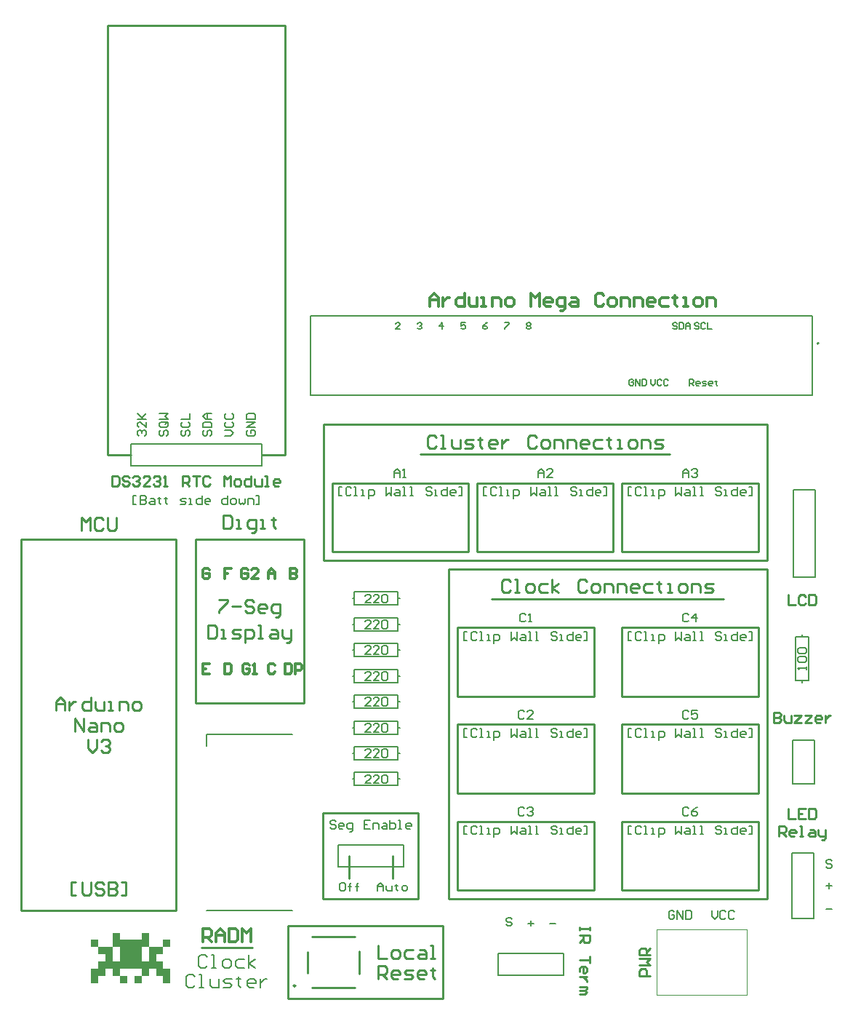
<source format=gbr>
%TF.GenerationSoftware,Altium Limited,Altium Designer,21.8.1 (53)*%
G04 Layer_Color=65535*
%FSLAX43Y43*%
%MOMM*%
%TF.SameCoordinates,B19F3460-6A24-425D-A3EB-0114A067EE95*%
%TF.FilePolarity,Positive*%
%TF.FileFunction,Legend,Top*%
%TF.Part,Single*%
G01*
G75*
%TA.AperFunction,NonConductor*%
%ADD11C,0.254*%
%ADD47C,0.200*%
%ADD48C,0.127*%
%ADD49C,0.100*%
%ADD50C,0.140*%
%ADD51C,0.300*%
%ADD52C,0.250*%
G36*
X16838Y6757D02*
X18514D01*
Y5919D01*
X17676D01*
Y5081D01*
X18514D01*
Y4243D01*
X19353D01*
Y2566D01*
X18514D01*
Y3405D01*
X17676D01*
Y4243D01*
X16838D01*
Y3405D01*
X16000D01*
Y4243D01*
X13485D01*
Y3405D01*
X14323D01*
Y2566D01*
X13485D01*
Y3405D01*
X12647D01*
Y4243D01*
X11809D01*
Y3405D01*
X10971D01*
Y2566D01*
X10132D01*
Y4243D01*
X10971D01*
Y5081D01*
X11809D01*
Y5919D01*
X10971D01*
Y6757D01*
X10132D01*
Y7596D01*
X10971D01*
Y6757D01*
X12647D01*
Y5081D01*
X13485D01*
Y6757D01*
X12647D01*
Y6941D01*
Y6949D01*
Y8434D01*
X13485D01*
Y7596D01*
X16000D01*
Y8434D01*
X16838D01*
Y6757D01*
D02*
G37*
G36*
X19353D02*
X18514D01*
Y7596D01*
X19353D01*
Y6757D01*
D02*
G37*
G36*
X16000Y3300D02*
Y3291D01*
Y2566D01*
X15162D01*
Y3405D01*
X16000D01*
Y3300D01*
D02*
G37*
%LPC*%
G36*
X16838Y6757D02*
X16000D01*
Y5081D01*
X16838D01*
Y6757D01*
D02*
G37*
%LPD*%
D11*
X33899Y2243D02*
G03*
X33899Y2243I-99J0D01*
G01*
X12000Y114000D02*
X32700D01*
X12000Y64000D02*
X14730D01*
X29970D02*
X32700D01*
Y114000D01*
X12000Y64000D02*
Y114000D01*
X37160Y67570D02*
X88800D01*
X2000Y11000D02*
Y54180D01*
X20000D01*
X2000Y11000D02*
X20000D01*
Y54180D01*
X48210Y12370D02*
Y22370D01*
X37130D02*
X48210D01*
X37130Y12370D02*
Y22370D01*
Y12370D02*
X48210D01*
X45210Y14770D02*
Y17370D01*
X40130Y14770D02*
Y17370D01*
X37160Y51750D02*
X88800D01*
Y67570D01*
X37160Y51750D02*
Y67570D01*
X48480Y64070D02*
X77480Y64070D01*
X55040Y52750D02*
Y60750D01*
X70920Y52750D02*
Y60750D01*
X55040D02*
X70920D01*
X55040Y52750D02*
X70920D01*
X71920D02*
Y60750D01*
X87800Y52750D02*
Y60750D01*
X71920D02*
X87800D01*
X71920Y52750D02*
X87800D01*
X38160D02*
Y60750D01*
X54040Y52750D02*
Y60750D01*
X38160D02*
X54040D01*
X38160Y52750D02*
X54040D01*
X51760Y12370D02*
Y50750D01*
X88800D01*
X56780Y47250D02*
X83780Y47250D01*
X51760Y12370D02*
X88800D01*
X52760Y35930D02*
Y43930D01*
X68640Y35930D02*
Y43930D01*
X52760D02*
X68640D01*
X52760Y35930D02*
X68640D01*
X71920D02*
Y43930D01*
X87800Y35930D02*
Y43930D01*
X71920D02*
X87800D01*
X71920Y35930D02*
X87800D01*
X71920Y24650D02*
Y32650D01*
X87800Y24650D02*
Y32650D01*
X71920D02*
X87800D01*
X71920Y24650D02*
X87800D01*
X52760D02*
Y32650D01*
X68640Y24650D02*
Y32650D01*
X52760D02*
X68640D01*
X52760Y24650D02*
X68640D01*
X71920Y13370D02*
Y21370D01*
X87800Y13370D02*
Y21370D01*
X71920D02*
X87800D01*
X71920Y13370D02*
X87800D01*
X52760D02*
Y21370D01*
X68640Y13370D02*
Y21370D01*
X52760D02*
X68640D01*
X52760Y13370D02*
X68640D01*
X88800Y12370D02*
Y50750D01*
X33077Y773D02*
X51077D01*
X33077Y9227D02*
X51077D01*
Y773D02*
Y9227D01*
X33077Y773D02*
Y9227D01*
X22924Y6716D02*
X28892D01*
X35804Y7995D02*
X40804D01*
X41299Y3688D02*
Y6279D01*
X35309Y3744D02*
Y6180D01*
X35804Y2005D02*
X40804D01*
X34880Y35180D02*
Y54180D01*
X22280Y35180D02*
X34880D01*
X22280D02*
Y54180D01*
X34880D01*
X91301Y22903D02*
Y21703D01*
X92100D01*
X93300Y22903D02*
X92500D01*
Y21703D01*
X93300D01*
X92500Y22303D02*
X92900D01*
X93700Y22903D02*
Y21703D01*
X94300D01*
X94499Y21903D01*
Y22703D01*
X94300Y22903D01*
X93700D01*
X90201Y19654D02*
Y20853D01*
X90801D01*
X91001Y20654D01*
Y20254D01*
X90801Y20054D01*
X90201D01*
X90601D02*
X91001Y19654D01*
X92000D02*
X91600D01*
X91400Y19854D01*
Y20254D01*
X91600Y20454D01*
X92000D01*
X92200Y20254D01*
Y20054D01*
X91400D01*
X92600Y19654D02*
X93000D01*
X92800D01*
Y20853D01*
X92600D01*
X93800Y20454D02*
X94200D01*
X94400Y20254D01*
Y19654D01*
X93800D01*
X93600Y19854D01*
X93800Y20054D01*
X94400D01*
X94799Y20454D02*
Y19854D01*
X94999Y19654D01*
X95599D01*
Y19454D01*
X95399Y19254D01*
X95199D01*
X95599Y19654D02*
Y20454D01*
X6049Y34266D02*
Y35282D01*
X6556Y35790D01*
X7064Y35282D01*
Y34266D01*
Y35028D01*
X6049D01*
X7572Y35282D02*
Y34266D01*
Y34774D01*
X7826Y35028D01*
X8080Y35282D01*
X8334D01*
X10111Y35790D02*
Y34266D01*
X9350D01*
X9096Y34520D01*
Y35028D01*
X9350Y35282D01*
X10111D01*
X10619D02*
Y34520D01*
X10873Y34266D01*
X11635D01*
Y35282D01*
X12143Y34266D02*
X12650D01*
X12397D01*
Y35282D01*
X12143D01*
X13412Y34266D02*
Y35282D01*
X14174D01*
X14428Y35028D01*
Y34266D01*
X15190D02*
X15697D01*
X15951Y34520D01*
Y35028D01*
X15697Y35282D01*
X15190D01*
X14936Y35028D01*
Y34520D01*
X15190Y34266D01*
X8207Y31828D02*
Y33352D01*
X9223Y31828D01*
Y33352D01*
X9984Y32844D02*
X10492D01*
X10746Y32590D01*
Y31828D01*
X9984D01*
X9730Y32082D01*
X9984Y32336D01*
X10746D01*
X11254Y31828D02*
Y32844D01*
X12016D01*
X12270Y32590D01*
Y31828D01*
X13031D02*
X13539D01*
X13793Y32082D01*
Y32590D01*
X13539Y32844D01*
X13031D01*
X12777Y32590D01*
Y32082D01*
X13031Y31828D01*
X9730Y30914D02*
Y29898D01*
X10238Y29390D01*
X10746Y29898D01*
Y30914D01*
X11254Y30660D02*
X11508Y30914D01*
X12016D01*
X12270Y30660D01*
Y30406D01*
X12016Y30152D01*
X11762D01*
X12016D01*
X12270Y29898D01*
Y29644D01*
X12016Y29390D01*
X11508D01*
X11254Y29644D01*
X25025Y47168D02*
X26041D01*
Y46915D01*
X25025Y45899D01*
Y45645D01*
X26549Y46407D02*
X27564D01*
X29088Y46915D02*
X28834Y47168D01*
X28326D01*
X28072Y46915D01*
Y46661D01*
X28326Y46407D01*
X28834D01*
X29088Y46153D01*
Y45899D01*
X28834Y45645D01*
X28326D01*
X28072Y45899D01*
X30357Y45645D02*
X29850D01*
X29596Y45899D01*
Y46407D01*
X29850Y46661D01*
X30357D01*
X30611Y46407D01*
Y46153D01*
X29596D01*
X31627Y45137D02*
X31881D01*
X32135Y45391D01*
Y46661D01*
X31373D01*
X31119Y46407D01*
Y45899D01*
X31373Y45645D01*
X32135D01*
X23756Y44223D02*
Y42699D01*
X24517D01*
X24771Y42953D01*
Y43969D01*
X24517Y44223D01*
X23756D01*
X25279Y42699D02*
X25787D01*
X25533D01*
Y43715D01*
X25279D01*
X26549Y42699D02*
X27310D01*
X27564Y42953D01*
X27310Y43207D01*
X26803D01*
X26549Y43461D01*
X26803Y43715D01*
X27564D01*
X28072Y42192D02*
Y43715D01*
X28834D01*
X29088Y43461D01*
Y42953D01*
X28834Y42699D01*
X28072D01*
X29596D02*
X30104D01*
X29850D01*
Y44223D01*
X29596D01*
X31119Y43715D02*
X31627D01*
X31881Y43461D01*
Y42699D01*
X31119D01*
X30865Y42953D01*
X31119Y43207D01*
X31881D01*
X32389Y43715D02*
Y42953D01*
X32643Y42699D01*
X33404D01*
Y42445D01*
X33151Y42192D01*
X32897D01*
X33404Y42699D02*
Y43715D01*
X89601Y34074D02*
Y32874D01*
X90201D01*
X90401Y33074D01*
Y33274D01*
X90201Y33474D01*
X89601D01*
X90201D01*
X90401Y33674D01*
Y33874D01*
X90201Y34074D01*
X89601D01*
X90801Y33674D02*
Y33074D01*
X91001Y32874D01*
X91600D01*
Y33674D01*
X92000D02*
X92800D01*
X92000Y32874D01*
X92800D01*
X93200Y33674D02*
X94000D01*
X93200Y32874D01*
X94000D01*
X94999D02*
X94599D01*
X94400Y33074D01*
Y33474D01*
X94599Y33674D01*
X94999D01*
X95199Y33474D01*
Y33274D01*
X94400D01*
X95599Y33674D02*
Y32874D01*
Y33274D01*
X95799Y33474D01*
X95999Y33674D01*
X96199D01*
X8334Y12778D02*
X7826D01*
Y14302D01*
X8334D01*
X9096D02*
Y13032D01*
X9350Y12778D01*
X9857D01*
X10111Y13032D01*
Y14302D01*
X11635Y14048D02*
X11381Y14302D01*
X10873D01*
X10619Y14048D01*
Y13794D01*
X10873Y13540D01*
X11381D01*
X11635Y13286D01*
Y13032D01*
X11381Y12778D01*
X10873D01*
X10619Y13032D01*
X12143Y14302D02*
Y12778D01*
X12904D01*
X13158Y13032D01*
Y13286D01*
X12904Y13540D01*
X12143D01*
X12904D01*
X13158Y13794D01*
Y14048D01*
X12904Y14302D01*
X12143D01*
X13666Y12778D02*
X14174D01*
Y14302D01*
X13666D01*
X75170Y3428D02*
X73970D01*
Y4027D01*
X74170Y4227D01*
X74570D01*
X74770Y4027D01*
Y3428D01*
X73970Y4627D02*
X75170D01*
X74770Y5027D01*
X75170Y5427D01*
X73970D01*
X75170Y5827D02*
X73970D01*
Y6427D01*
X74170Y6626D01*
X74570D01*
X74770Y6427D01*
Y5827D01*
Y6227D02*
X75170Y6626D01*
X68204Y9099D02*
Y8699D01*
Y8899D01*
X67004D01*
Y9099D01*
Y8699D01*
Y8099D02*
X68204D01*
Y7499D01*
X68004Y7299D01*
X67604D01*
X67404Y7499D01*
Y8099D01*
Y7699D02*
X67004Y7299D01*
X68204Y5700D02*
Y4900D01*
Y5300D01*
X67004D01*
Y3900D02*
Y4300D01*
X67204Y4500D01*
X67604D01*
X67804Y4300D01*
Y3900D01*
X67604Y3700D01*
X67404D01*
Y4500D01*
X67804Y3301D02*
X67004D01*
X67404D01*
X67604Y3101D01*
X67804Y2901D01*
Y2701D01*
X67004Y2101D02*
X67804D01*
Y1901D01*
X67604Y1701D01*
X67004D01*
X67604D01*
X67804Y1501D01*
X67604Y1301D01*
X67004D01*
X50284Y66078D02*
X50030Y66332D01*
X49522D01*
X49268Y66078D01*
Y65062D01*
X49522Y64808D01*
X50030D01*
X50284Y65062D01*
X50792Y64808D02*
X51300D01*
X51046D01*
Y66332D01*
X50792D01*
X52062Y65824D02*
Y65062D01*
X52315Y64808D01*
X53077D01*
Y65824D01*
X53585Y64808D02*
X54347D01*
X54601Y65062D01*
X54347Y65316D01*
X53839D01*
X53585Y65570D01*
X53839Y65824D01*
X54601D01*
X55362Y66078D02*
Y65824D01*
X55109D01*
X55616D01*
X55362D01*
Y65062D01*
X55616Y64808D01*
X57140D02*
X56632D01*
X56378Y65062D01*
Y65570D01*
X56632Y65824D01*
X57140D01*
X57394Y65570D01*
Y65316D01*
X56378D01*
X57902Y65824D02*
Y64808D01*
Y65316D01*
X58156Y65570D01*
X58409Y65824D01*
X58663D01*
X61964Y66078D02*
X61710Y66332D01*
X61203D01*
X60949Y66078D01*
Y65062D01*
X61203Y64808D01*
X61710D01*
X61964Y65062D01*
X62726Y64808D02*
X63234D01*
X63488Y65062D01*
Y65570D01*
X63234Y65824D01*
X62726D01*
X62472Y65570D01*
Y65062D01*
X62726Y64808D01*
X63996D02*
Y65824D01*
X64757D01*
X65011Y65570D01*
Y64808D01*
X65519D02*
Y65824D01*
X66281D01*
X66535Y65570D01*
Y64808D01*
X67804D02*
X67297D01*
X67043Y65062D01*
Y65570D01*
X67297Y65824D01*
X67804D01*
X68058Y65570D01*
Y65316D01*
X67043D01*
X69582Y65824D02*
X68820D01*
X68566Y65570D01*
Y65062D01*
X68820Y64808D01*
X69582D01*
X70344Y66078D02*
Y65824D01*
X70090D01*
X70598D01*
X70344D01*
Y65062D01*
X70598Y64808D01*
X71359D02*
X71867D01*
X71613D01*
Y65824D01*
X71359D01*
X72883Y64808D02*
X73391D01*
X73645Y65062D01*
Y65570D01*
X73391Y65824D01*
X72883D01*
X72629Y65570D01*
Y65062D01*
X72883Y64808D01*
X74152D02*
Y65824D01*
X74914D01*
X75168Y65570D01*
Y64808D01*
X75676D02*
X76438D01*
X76692Y65062D01*
X76438Y65316D01*
X75930D01*
X75676Y65570D01*
X75930Y65824D01*
X76692D01*
X43512Y6981D02*
Y5457D01*
X44528D01*
X45290D02*
X45797D01*
X46051Y5711D01*
Y6219D01*
X45797Y6473D01*
X45290D01*
X45036Y6219D01*
Y5711D01*
X45290Y5457D01*
X47575Y6473D02*
X46813D01*
X46559Y6219D01*
Y5711D01*
X46813Y5457D01*
X47575D01*
X48337Y6473D02*
X48844D01*
X49098Y6219D01*
Y5457D01*
X48337D01*
X48083Y5711D01*
X48337Y5965D01*
X49098D01*
X49606Y5457D02*
X50114D01*
X49860D01*
Y6981D01*
X49606D01*
X43512Y3019D02*
Y4543D01*
X44274D01*
X44528Y4289D01*
Y3781D01*
X44274Y3527D01*
X43512D01*
X44020D02*
X44528Y3019D01*
X45797D02*
X45290D01*
X45036Y3273D01*
Y3781D01*
X45290Y4035D01*
X45797D01*
X46051Y3781D01*
Y3527D01*
X45036D01*
X46559Y3019D02*
X47321D01*
X47575Y3273D01*
X47321Y3527D01*
X46813D01*
X46559Y3781D01*
X46813Y4035D01*
X47575D01*
X48844Y3019D02*
X48337D01*
X48083Y3273D01*
Y3781D01*
X48337Y4035D01*
X48844D01*
X49098Y3781D01*
Y3527D01*
X48083D01*
X49860Y4289D02*
Y4035D01*
X49606D01*
X50114D01*
X49860D01*
Y3273D01*
X50114Y3019D01*
X25533Y57016D02*
Y55492D01*
X26295D01*
X26549Y55746D01*
Y56762D01*
X26295Y57016D01*
X25533D01*
X27056Y55492D02*
X27564D01*
X27310D01*
Y56508D01*
X27056D01*
X28834Y54984D02*
X29088D01*
X29342Y55238D01*
Y56508D01*
X28580D01*
X28326Y56254D01*
Y55746D01*
X28580Y55492D01*
X29342D01*
X29850D02*
X30357D01*
X30104D01*
Y56508D01*
X29850D01*
X31373Y56762D02*
Y56508D01*
X31119D01*
X31627D01*
X31373D01*
Y55746D01*
X31627Y55492D01*
X58981Y49258D02*
X58727Y49512D01*
X58219D01*
X57965Y49258D01*
Y48242D01*
X58219Y47988D01*
X58727D01*
X58981Y48242D01*
X59488Y47988D02*
X59996D01*
X59742D01*
Y49512D01*
X59488D01*
X61012Y47988D02*
X61520D01*
X61774Y48242D01*
Y48750D01*
X61520Y49004D01*
X61012D01*
X60758Y48750D01*
Y48242D01*
X61012Y47988D01*
X63297Y49004D02*
X62536D01*
X62282Y48750D01*
Y48242D01*
X62536Y47988D01*
X63297D01*
X63805D02*
Y49512D01*
Y48496D02*
X64567Y49004D01*
X63805Y48496D02*
X64567Y47988D01*
X67868Y49258D02*
X67614Y49512D01*
X67106D01*
X66852Y49258D01*
Y48242D01*
X67106Y47988D01*
X67614D01*
X67868Y48242D01*
X68630Y47988D02*
X69137D01*
X69391Y48242D01*
Y48750D01*
X69137Y49004D01*
X68630D01*
X68376Y48750D01*
Y48242D01*
X68630Y47988D01*
X69899D02*
Y49004D01*
X70661D01*
X70915Y48750D01*
Y47988D01*
X71423D02*
Y49004D01*
X72184D01*
X72438Y48750D01*
Y47988D01*
X73708D02*
X73200D01*
X72946Y48242D01*
Y48750D01*
X73200Y49004D01*
X73708D01*
X73962Y48750D01*
Y48496D01*
X72946D01*
X75485Y49004D02*
X74724D01*
X74470Y48750D01*
Y48242D01*
X74724Y47988D01*
X75485D01*
X76247Y49258D02*
Y49004D01*
X75993D01*
X76501D01*
X76247D01*
Y48242D01*
X76501Y47988D01*
X77263D02*
X77771D01*
X77517D01*
Y49004D01*
X77263D01*
X78786Y47988D02*
X79294D01*
X79548Y48242D01*
Y48750D01*
X79294Y49004D01*
X78786D01*
X78532Y48750D01*
Y48242D01*
X78786Y47988D01*
X80056D02*
Y49004D01*
X80818D01*
X81072Y48750D01*
Y47988D01*
X81579D02*
X82341D01*
X82595Y48242D01*
X82341Y48496D01*
X81833D01*
X81579Y48750D01*
X81833Y49004D01*
X82595D01*
X91301Y47746D02*
Y46546D01*
X92100D01*
X93300Y47546D02*
X93100Y47746D01*
X92700D01*
X92500Y47546D01*
Y46746D01*
X92700Y46546D01*
X93100D01*
X93300Y46746D01*
X93700Y47746D02*
Y46546D01*
X94300D01*
X94499Y46746D01*
Y47546D01*
X94300Y47746D01*
X93700D01*
X8979Y55238D02*
Y56762D01*
X9486Y56254D01*
X9994Y56762D01*
Y55238D01*
X11518Y56508D02*
X11264Y56762D01*
X10756D01*
X10502Y56508D01*
Y55492D01*
X10756Y55238D01*
X11264D01*
X11518Y55492D01*
X12026Y56762D02*
Y55492D01*
X12280Y55238D01*
X12787D01*
X13041Y55492D01*
Y56762D01*
D47*
X94830Y77000D02*
G03*
X94830Y77000I-100J0D01*
G01*
X45860Y32300D02*
X46089D01*
X40551D02*
X40780D01*
X45860Y31538D02*
Y32300D01*
X40780Y31538D02*
X45860D01*
X40780D02*
Y33062D01*
X45860D01*
Y32300D02*
Y33062D01*
X14730Y62730D02*
X29970D01*
X14730Y65270D02*
X29970D01*
X14730Y62730D02*
Y65270D01*
X29970Y62730D02*
Y65270D01*
X91730Y10070D02*
X94270D01*
X91730D02*
Y17690D01*
X94270D01*
Y10070D02*
Y17690D01*
X92900Y37770D02*
X93662D01*
Y42850D01*
X92138D02*
X93662D01*
X92138Y37770D02*
Y42850D01*
Y37770D02*
X92900D01*
Y42850D02*
Y43079D01*
Y37541D02*
Y37770D01*
X91780Y25730D02*
Y30810D01*
Y25730D02*
X94320D01*
Y30810D01*
X91780D02*
X94320D01*
X91880Y49770D02*
X94420D01*
X91880D02*
Y59930D01*
X94420Y49770D02*
Y59930D01*
X91880D02*
X94420D01*
X40780Y37538D02*
Y38300D01*
Y37538D02*
X45860D01*
Y39062D01*
X40780D02*
X45860D01*
X40780Y38300D02*
Y39062D01*
X45860Y38300D02*
X46089D01*
X40551D02*
X40780D01*
Y40538D02*
Y41300D01*
Y40538D02*
X45860D01*
Y42062D01*
X40780D02*
X45860D01*
X40780Y41300D02*
Y42062D01*
X45860Y41300D02*
X46089D01*
X40551D02*
X40780D01*
Y43538D02*
Y44300D01*
Y43538D02*
X45860D01*
Y45062D01*
X40780D02*
X45860D01*
X40780Y44300D02*
Y45062D01*
X45860Y44300D02*
X46089D01*
X40551D02*
X40780D01*
Y46538D02*
Y47300D01*
Y46538D02*
X45860D01*
Y48062D01*
X40780D02*
X45860D01*
X40780Y47300D02*
Y48062D01*
X45860Y47300D02*
X46089D01*
X40551D02*
X40780D01*
X45860Y35300D02*
Y36062D01*
X40780D02*
X45860D01*
X40780Y34538D02*
Y36062D01*
Y34538D02*
X45860D01*
Y35300D01*
X40551D02*
X40780D01*
X45860D02*
X46089D01*
X45860Y29300D02*
Y30062D01*
X40780D02*
X45860D01*
X40780Y28538D02*
Y30062D01*
Y28538D02*
X45860D01*
Y29300D01*
X40551D02*
X40780D01*
X45860D02*
X46089D01*
X45860Y26300D02*
Y27062D01*
X40780D02*
X45860D01*
X40780Y25538D02*
Y27062D01*
Y25538D02*
X45860D01*
Y26300D01*
X40551D02*
X40780D01*
X45860D02*
X46089D01*
X57523Y3457D02*
X65144D01*
Y5997D01*
X57523D02*
X65144D01*
X57523Y3457D02*
Y5997D01*
X23580Y30150D02*
Y31520D01*
X33580D01*
X23580Y11000D02*
X33580D01*
X38860Y16100D02*
X46480D01*
Y18640D01*
X38860D02*
X46480D01*
X38860Y16100D02*
Y18640D01*
X42654Y31800D02*
X41987D01*
X42654Y32467D01*
Y32633D01*
X42487Y32800D01*
X42154D01*
X41987Y32633D01*
X43653Y31800D02*
X42987D01*
X43653Y32467D01*
Y32633D01*
X43487Y32800D01*
X43153D01*
X42987Y32633D01*
X43986D02*
X44153Y32800D01*
X44486D01*
X44653Y32633D01*
Y31967D01*
X44486Y31800D01*
X44153D01*
X43986Y31967D01*
Y32633D01*
X28367Y66866D02*
X28200Y66700D01*
Y66367D01*
X28367Y66200D01*
X29033D01*
X29200Y66367D01*
Y66700D01*
X29033Y66866D01*
X28700D01*
Y66533D01*
X29200Y67200D02*
X28200D01*
X29200Y67866D01*
X28200D01*
Y68199D02*
X29200D01*
Y68699D01*
X29033Y68866D01*
X28367D01*
X28200Y68699D01*
Y68199D01*
X96333Y11190D02*
X95667D01*
X23287Y66866D02*
X23120Y66700D01*
Y66367D01*
X23287Y66200D01*
X23453D01*
X23620Y66367D01*
Y66700D01*
X23787Y66866D01*
X23953D01*
X24120Y66700D01*
Y66367D01*
X23953Y66200D01*
X23120Y67200D02*
X24120D01*
Y67700D01*
X23953Y67866D01*
X23287D01*
X23120Y67700D01*
Y67200D01*
X24120Y68199D02*
X23453D01*
X23120Y68533D01*
X23453Y68866D01*
X24120D01*
X23620D01*
Y68199D01*
X23623Y5603D02*
X23369Y5857D01*
X22861D01*
X22607Y5603D01*
Y4587D01*
X22861Y4333D01*
X23369D01*
X23623Y4587D01*
X24131Y4333D02*
X24638D01*
X24385D01*
Y5857D01*
X24131D01*
X25654Y4333D02*
X26162D01*
X26416Y4587D01*
Y5095D01*
X26162Y5349D01*
X25654D01*
X25400Y5095D01*
Y4587D01*
X25654Y4333D01*
X27939Y5349D02*
X27178D01*
X26924Y5095D01*
Y4587D01*
X27178Y4333D01*
X27939D01*
X28447D02*
Y5857D01*
Y4841D02*
X29209Y5349D01*
X28447Y4841D02*
X29209Y4333D01*
X22226Y3295D02*
X21972Y3549D01*
X21464D01*
X21211Y3295D01*
Y2279D01*
X21464Y2025D01*
X21972D01*
X22226Y2279D01*
X22734Y2025D02*
X23242D01*
X22988D01*
Y3549D01*
X22734D01*
X24004Y3041D02*
Y2279D01*
X24258Y2025D01*
X25019D01*
Y3041D01*
X25527Y2025D02*
X26289D01*
X26543Y2279D01*
X26289Y2533D01*
X25781D01*
X25527Y2787D01*
X25781Y3041D01*
X26543D01*
X27305Y3295D02*
Y3041D01*
X27051D01*
X27558D01*
X27305D01*
Y2279D01*
X27558Y2025D01*
X29082D02*
X28574D01*
X28320Y2279D01*
Y2787D01*
X28574Y3041D01*
X29082D01*
X29336Y2787D01*
Y2533D01*
X28320D01*
X29844Y3041D02*
Y2025D01*
Y2533D01*
X30098Y2787D01*
X30352Y3041D01*
X30605D01*
X82367Y11027D02*
Y10360D01*
X82700Y10027D01*
X83034Y10360D01*
Y11027D01*
X84033Y10860D02*
X83867Y11027D01*
X83533D01*
X83367Y10860D01*
Y10194D01*
X83533Y10027D01*
X83867D01*
X84033Y10194D01*
X85033Y10860D02*
X84866Y11027D01*
X84533D01*
X84366Y10860D01*
Y10194D01*
X84533Y10027D01*
X84866D01*
X85033Y10194D01*
X96333Y13880D02*
X95667D01*
X96000Y13547D02*
Y14213D01*
X38588Y21336D02*
X38421Y21503D01*
X38088D01*
X37922Y21336D01*
Y21170D01*
X38088Y21003D01*
X38421D01*
X38588Y20836D01*
Y20670D01*
X38421Y20503D01*
X38088D01*
X37922Y20670D01*
X39421Y20503D02*
X39088D01*
X38921Y20670D01*
Y21003D01*
X39088Y21170D01*
X39421D01*
X39588Y21003D01*
Y20836D01*
X38921D01*
X40254Y20170D02*
X40421D01*
X40587Y20337D01*
Y21170D01*
X40088D01*
X39921Y21003D01*
Y20670D01*
X40088Y20503D01*
X40587D01*
X42587Y21503D02*
X41920D01*
Y20503D01*
X42587D01*
X41920Y21003D02*
X42253D01*
X42920Y20503D02*
Y21170D01*
X43420D01*
X43586Y21003D01*
Y20503D01*
X44086Y21170D02*
X44419D01*
X44586Y21003D01*
Y20503D01*
X44086D01*
X43920Y20670D01*
X44086Y20836D01*
X44586D01*
X44919Y21503D02*
Y20503D01*
X45419D01*
X45586Y20670D01*
Y20836D01*
Y21003D01*
X45419Y21170D01*
X44919D01*
X45919Y20503D02*
X46252D01*
X46086D01*
Y21503D01*
X45919D01*
X47252Y20503D02*
X46919D01*
X46752Y20670D01*
Y21003D01*
X46919Y21170D01*
X47252D01*
X47418Y21003D01*
Y20836D01*
X46752D01*
X39269Y59257D02*
X38936D01*
Y60256D01*
X39269D01*
X40435Y60090D02*
X40269Y60256D01*
X39935D01*
X39769Y60090D01*
Y59423D01*
X39935Y59257D01*
X40269D01*
X40435Y59423D01*
X40768Y59257D02*
X41102D01*
X40935D01*
Y60256D01*
X40768D01*
X41601Y59257D02*
X41935D01*
X41768D01*
Y59923D01*
X41601D01*
X42435Y58924D02*
Y59923D01*
X42934D01*
X43101Y59757D01*
Y59423D01*
X42934Y59257D01*
X42435D01*
X44434Y60256D02*
Y59257D01*
X44767Y59590D01*
X45100Y59257D01*
Y60256D01*
X45600Y59923D02*
X45933D01*
X46100Y59757D01*
Y59257D01*
X45600D01*
X45434Y59423D01*
X45600Y59590D01*
X46100D01*
X46433Y59257D02*
X46766D01*
X46600D01*
Y60256D01*
X46433D01*
X47266Y59257D02*
X47600D01*
X47433D01*
Y60256D01*
X47266D01*
X49765Y60090D02*
X49599Y60256D01*
X49266D01*
X49099Y60090D01*
Y59923D01*
X49266Y59757D01*
X49599D01*
X49765Y59590D01*
Y59423D01*
X49599Y59257D01*
X49266D01*
X49099Y59423D01*
X50099Y59257D02*
X50432D01*
X50265D01*
Y59923D01*
X50099D01*
X51598Y60256D02*
Y59257D01*
X51098D01*
X50932Y59423D01*
Y59757D01*
X51098Y59923D01*
X51598D01*
X52431Y59257D02*
X52098D01*
X51931Y59423D01*
Y59757D01*
X52098Y59923D01*
X52431D01*
X52598Y59757D01*
Y59590D01*
X51931D01*
X52931Y59257D02*
X53264D01*
Y60256D01*
X52931D01*
X39547Y14270D02*
X39214D01*
X39047Y14103D01*
Y13437D01*
X39214Y13270D01*
X39547D01*
X39713Y13437D01*
Y14103D01*
X39547Y14270D01*
X40213Y13270D02*
Y14103D01*
Y13770D01*
X40047D01*
X40380D01*
X40213D01*
Y14103D01*
X40380Y14270D01*
X41046Y13270D02*
Y14103D01*
Y13770D01*
X40880D01*
X41213D01*
X41046D01*
Y14103D01*
X41213Y14270D01*
X53869Y19877D02*
X53536D01*
Y20876D01*
X53869D01*
X55035Y20710D02*
X54869Y20876D01*
X54535D01*
X54369Y20710D01*
Y20043D01*
X54535Y19877D01*
X54869D01*
X55035Y20043D01*
X55368Y19877D02*
X55702D01*
X55535D01*
Y20876D01*
X55368D01*
X56201Y19877D02*
X56535D01*
X56368D01*
Y20543D01*
X56201D01*
X57035Y19544D02*
Y20543D01*
X57534D01*
X57701Y20377D01*
Y20043D01*
X57534Y19877D01*
X57035D01*
X59034Y20876D02*
Y19877D01*
X59367Y20210D01*
X59700Y19877D01*
Y20876D01*
X60200Y20543D02*
X60533D01*
X60700Y20377D01*
Y19877D01*
X60200D01*
X60034Y20043D01*
X60200Y20210D01*
X60700D01*
X61033Y19877D02*
X61366D01*
X61200D01*
Y20876D01*
X61033D01*
X61866Y19877D02*
X62200D01*
X62033D01*
Y20876D01*
X61866D01*
X64365Y20710D02*
X64199Y20876D01*
X63866D01*
X63699Y20710D01*
Y20543D01*
X63866Y20377D01*
X64199D01*
X64365Y20210D01*
Y20043D01*
X64199Y19877D01*
X63866D01*
X63699Y20043D01*
X64699Y19877D02*
X65032D01*
X64865D01*
Y20543D01*
X64699D01*
X66198Y20876D02*
Y19877D01*
X65698D01*
X65532Y20043D01*
Y20377D01*
X65698Y20543D01*
X66198D01*
X67031Y19877D02*
X66698D01*
X66531Y20043D01*
Y20377D01*
X66698Y20543D01*
X67031D01*
X67198Y20377D01*
Y20210D01*
X66531D01*
X67531Y19877D02*
X67864D01*
Y20876D01*
X67531D01*
X42654Y46795D02*
X41987D01*
X42654Y47462D01*
Y47628D01*
X42487Y47795D01*
X42154D01*
X41987Y47628D01*
X43653Y46795D02*
X42987D01*
X43653Y47462D01*
Y47628D01*
X43487Y47795D01*
X43153D01*
X42987Y47628D01*
X43986D02*
X44153Y47795D01*
X44486D01*
X44653Y47628D01*
Y46962D01*
X44486Y46795D01*
X44153D01*
X43986Y46962D01*
Y47628D01*
X42654Y34800D02*
X41987D01*
X42654Y35467D01*
Y35633D01*
X42487Y35800D01*
X42154D01*
X41987Y35633D01*
X43653Y34800D02*
X42987D01*
X43653Y35467D01*
Y35633D01*
X43487Y35800D01*
X43153D01*
X42987Y35633D01*
X43986D02*
X44153Y35800D01*
X44486D01*
X44653Y35633D01*
Y34967D01*
X44486Y34800D01*
X44153D01*
X43986Y34967D01*
Y35633D01*
X42654Y28800D02*
X41987D01*
X42654Y29467D01*
Y29633D01*
X42487Y29800D01*
X42154D01*
X41987Y29633D01*
X43653Y28800D02*
X42987D01*
X43653Y29467D01*
Y29633D01*
X43487Y29800D01*
X43153D01*
X42987Y29633D01*
X43986D02*
X44153Y29800D01*
X44486D01*
X44653Y29633D01*
Y28967D01*
X44486Y28800D01*
X44153D01*
X43986Y28967D01*
Y29633D01*
X53869Y31157D02*
X53536D01*
Y32156D01*
X53869D01*
X55035Y31990D02*
X54869Y32156D01*
X54535D01*
X54369Y31990D01*
Y31323D01*
X54535Y31157D01*
X54869D01*
X55035Y31323D01*
X55368Y31157D02*
X55702D01*
X55535D01*
Y32156D01*
X55368D01*
X56201Y31157D02*
X56535D01*
X56368D01*
Y31823D01*
X56201D01*
X57035Y30824D02*
Y31823D01*
X57534D01*
X57701Y31657D01*
Y31323D01*
X57534Y31157D01*
X57035D01*
X59034Y32156D02*
Y31157D01*
X59367Y31490D01*
X59700Y31157D01*
Y32156D01*
X60200Y31823D02*
X60533D01*
X60700Y31657D01*
Y31157D01*
X60200D01*
X60034Y31323D01*
X60200Y31490D01*
X60700D01*
X61033Y31157D02*
X61366D01*
X61200D01*
Y32156D01*
X61033D01*
X61866Y31157D02*
X62200D01*
X62033D01*
Y32156D01*
X61866D01*
X64365Y31990D02*
X64199Y32156D01*
X63866D01*
X63699Y31990D01*
Y31823D01*
X63866Y31657D01*
X64199D01*
X64365Y31490D01*
Y31323D01*
X64199Y31157D01*
X63866D01*
X63699Y31323D01*
X64699Y31157D02*
X65032D01*
X64865D01*
Y31823D01*
X64699D01*
X66198Y32156D02*
Y31157D01*
X65698D01*
X65532Y31323D01*
Y31657D01*
X65698Y31823D01*
X66198D01*
X67031Y31157D02*
X66698D01*
X66531Y31323D01*
Y31657D01*
X66698Y31823D01*
X67031D01*
X67198Y31657D01*
Y31490D01*
X66531D01*
X67531Y31157D02*
X67864D01*
Y32156D01*
X67531D01*
X42654Y25800D02*
X41987D01*
X42654Y26467D01*
Y26633D01*
X42487Y26800D01*
X42154D01*
X41987Y26633D01*
X43653Y25800D02*
X42987D01*
X43653Y26467D01*
Y26633D01*
X43487Y26800D01*
X43153D01*
X42987Y26633D01*
X43986D02*
X44153Y26800D01*
X44486D01*
X44653Y26633D01*
Y25967D01*
X44486Y25800D01*
X44153D01*
X43986Y25967D01*
Y26633D01*
X73029Y42437D02*
X72696D01*
Y43436D01*
X73029D01*
X74195Y43270D02*
X74029Y43436D01*
X73695D01*
X73529Y43270D01*
Y42603D01*
X73695Y42437D01*
X74029D01*
X74195Y42603D01*
X74528Y42437D02*
X74862D01*
X74695D01*
Y43436D01*
X74528D01*
X75361Y42437D02*
X75695D01*
X75528D01*
Y43103D01*
X75361D01*
X76195Y42104D02*
Y43103D01*
X76694D01*
X76861Y42937D01*
Y42603D01*
X76694Y42437D01*
X76195D01*
X78194Y43436D02*
Y42437D01*
X78527Y42770D01*
X78860Y42437D01*
Y43436D01*
X79360Y43103D02*
X79693D01*
X79860Y42937D01*
Y42437D01*
X79360D01*
X79194Y42603D01*
X79360Y42770D01*
X79860D01*
X80193Y42437D02*
X80526D01*
X80360D01*
Y43436D01*
X80193D01*
X81026Y42437D02*
X81360D01*
X81193D01*
Y43436D01*
X81026D01*
X83525Y43270D02*
X83359Y43436D01*
X83026D01*
X82859Y43270D01*
Y43103D01*
X83026Y42937D01*
X83359D01*
X83525Y42770D01*
Y42603D01*
X83359Y42437D01*
X83026D01*
X82859Y42603D01*
X83859Y42437D02*
X84192D01*
X84025D01*
Y43103D01*
X83859D01*
X85358Y43436D02*
Y42437D01*
X84858D01*
X84692Y42603D01*
Y42937D01*
X84858Y43103D01*
X85358D01*
X86191Y42437D02*
X85858D01*
X85691Y42603D01*
Y42937D01*
X85858Y43103D01*
X86191D01*
X86358Y42937D01*
Y42770D01*
X85691D01*
X86691Y42437D02*
X87024D01*
Y43436D01*
X86691D01*
X56149Y59257D02*
X55816D01*
Y60256D01*
X56149D01*
X57315Y60090D02*
X57149Y60256D01*
X56815D01*
X56649Y60090D01*
Y59423D01*
X56815Y59257D01*
X57149D01*
X57315Y59423D01*
X57648Y59257D02*
X57982D01*
X57815D01*
Y60256D01*
X57648D01*
X58481Y59257D02*
X58815D01*
X58648D01*
Y59923D01*
X58481D01*
X59315Y58924D02*
Y59923D01*
X59814D01*
X59981Y59757D01*
Y59423D01*
X59814Y59257D01*
X59315D01*
X61314Y60256D02*
Y59257D01*
X61647Y59590D01*
X61980Y59257D01*
Y60256D01*
X62480Y59923D02*
X62813D01*
X62980Y59757D01*
Y59257D01*
X62480D01*
X62314Y59423D01*
X62480Y59590D01*
X62980D01*
X63313Y59257D02*
X63646D01*
X63480D01*
Y60256D01*
X63313D01*
X64146Y59257D02*
X64480D01*
X64313D01*
Y60256D01*
X64146D01*
X66645Y60090D02*
X66479Y60256D01*
X66146D01*
X65979Y60090D01*
Y59923D01*
X66146Y59757D01*
X66479D01*
X66645Y59590D01*
Y59423D01*
X66479Y59257D01*
X66146D01*
X65979Y59423D01*
X66979Y59257D02*
X67312D01*
X67145D01*
Y59923D01*
X66979D01*
X68478Y60256D02*
Y59257D01*
X67978D01*
X67812Y59423D01*
Y59757D01*
X67978Y59923D01*
X68478D01*
X69311Y59257D02*
X68978D01*
X68811Y59423D01*
Y59757D01*
X68978Y59923D01*
X69311D01*
X69478Y59757D01*
Y59590D01*
X68811D01*
X69811Y59257D02*
X70144D01*
Y60256D01*
X69811D01*
X59127Y10033D02*
X58960Y10200D01*
X58627D01*
X58460Y10033D01*
Y9866D01*
X58627Y9700D01*
X58960D01*
X59127Y9533D01*
Y9367D01*
X58960Y9200D01*
X58627D01*
X58460Y9367D01*
X73029Y59257D02*
X72696D01*
Y60256D01*
X73029D01*
X74195Y60090D02*
X74029Y60256D01*
X73695D01*
X73529Y60090D01*
Y59423D01*
X73695Y59257D01*
X74029D01*
X74195Y59423D01*
X74528Y59257D02*
X74862D01*
X74695D01*
Y60256D01*
X74528D01*
X75361Y59257D02*
X75695D01*
X75528D01*
Y59923D01*
X75361D01*
X76195Y58924D02*
Y59923D01*
X76694D01*
X76861Y59757D01*
Y59423D01*
X76694Y59257D01*
X76195D01*
X78194Y60256D02*
Y59257D01*
X78527Y59590D01*
X78860Y59257D01*
Y60256D01*
X79360Y59923D02*
X79693D01*
X79860Y59757D01*
Y59257D01*
X79360D01*
X79194Y59423D01*
X79360Y59590D01*
X79860D01*
X80193Y59257D02*
X80526D01*
X80360D01*
Y60256D01*
X80193D01*
X81026Y59257D02*
X81360D01*
X81193D01*
Y60256D01*
X81026D01*
X83525Y60090D02*
X83359Y60256D01*
X83026D01*
X82859Y60090D01*
Y59923D01*
X83026Y59757D01*
X83359D01*
X83525Y59590D01*
Y59423D01*
X83359Y59257D01*
X83026D01*
X82859Y59423D01*
X83859Y59257D02*
X84192D01*
X84025D01*
Y59923D01*
X83859D01*
X85358Y60256D02*
Y59257D01*
X84858D01*
X84692Y59423D01*
Y59757D01*
X84858Y59923D01*
X85358D01*
X86191Y59257D02*
X85858D01*
X85691Y59423D01*
Y59757D01*
X85858Y59923D01*
X86191D01*
X86358Y59757D01*
Y59590D01*
X85691D01*
X86691Y59257D02*
X87024D01*
Y60256D01*
X86691D01*
X73029Y31157D02*
X72696D01*
Y32156D01*
X73029D01*
X74195Y31990D02*
X74029Y32156D01*
X73695D01*
X73529Y31990D01*
Y31323D01*
X73695Y31157D01*
X74029D01*
X74195Y31323D01*
X74528Y31157D02*
X74862D01*
X74695D01*
Y32156D01*
X74528D01*
X75361Y31157D02*
X75695D01*
X75528D01*
Y31823D01*
X75361D01*
X76195Y30824D02*
Y31823D01*
X76694D01*
X76861Y31657D01*
Y31323D01*
X76694Y31157D01*
X76195D01*
X78194Y32156D02*
Y31157D01*
X78527Y31490D01*
X78860Y31157D01*
Y32156D01*
X79360Y31823D02*
X79693D01*
X79860Y31657D01*
Y31157D01*
X79360D01*
X79194Y31323D01*
X79360Y31490D01*
X79860D01*
X80193Y31157D02*
X80526D01*
X80360D01*
Y32156D01*
X80193D01*
X81026Y31157D02*
X81360D01*
X81193D01*
Y32156D01*
X81026D01*
X83525Y31990D02*
X83359Y32156D01*
X83026D01*
X82859Y31990D01*
Y31823D01*
X83026Y31657D01*
X83359D01*
X83525Y31490D01*
Y31323D01*
X83359Y31157D01*
X83026D01*
X82859Y31323D01*
X83859Y31157D02*
X84192D01*
X84025D01*
Y31823D01*
X83859D01*
X85358Y32156D02*
Y31157D01*
X84858D01*
X84692Y31323D01*
Y31657D01*
X84858Y31823D01*
X85358D01*
X86191Y31157D02*
X85858D01*
X85691Y31323D01*
Y31657D01*
X85858Y31823D01*
X86191D01*
X86358Y31657D01*
Y31490D01*
X85691D01*
X86691Y31157D02*
X87024D01*
Y32156D01*
X86691D01*
X93400Y39060D02*
Y39394D01*
Y39227D01*
X92400D01*
X92567Y39060D01*
Y39893D02*
X92400Y40060D01*
Y40393D01*
X92567Y40560D01*
X93233D01*
X93400Y40393D01*
Y40060D01*
X93233Y39893D01*
X92567D01*
Y40893D02*
X92400Y41060D01*
Y41393D01*
X92567Y41560D01*
X93233D01*
X93400Y41393D01*
Y41060D01*
X93233Y40893D01*
X92567D01*
X43461Y13270D02*
Y13937D01*
X43794Y14270D01*
X44127Y13937D01*
Y13270D01*
Y13770D01*
X43461D01*
X44460Y13937D02*
Y13437D01*
X44627Y13270D01*
X45127D01*
Y13937D01*
X45627Y14103D02*
Y13937D01*
X45460D01*
X45793D01*
X45627D01*
Y13437D01*
X45793Y13270D01*
X46460D02*
X46793D01*
X46959Y13437D01*
Y13770D01*
X46793Y13937D01*
X46460D01*
X46293Y13770D01*
Y13437D01*
X46460Y13270D01*
X78034Y10860D02*
X77867Y11027D01*
X77534D01*
X77367Y10860D01*
Y10194D01*
X77534Y10027D01*
X77867D01*
X78034Y10194D01*
Y10527D01*
X77700D01*
X78367Y10027D02*
Y11027D01*
X79033Y10027D01*
Y11027D01*
X79366D02*
Y10027D01*
X79866D01*
X80033Y10194D01*
Y10860D01*
X79866Y11027D01*
X79366D01*
X53869Y42437D02*
X53536D01*
Y43436D01*
X53869D01*
X55035Y43270D02*
X54869Y43436D01*
X54535D01*
X54369Y43270D01*
Y42603D01*
X54535Y42437D01*
X54869D01*
X55035Y42603D01*
X55368Y42437D02*
X55702D01*
X55535D01*
Y43436D01*
X55368D01*
X56201Y42437D02*
X56535D01*
X56368D01*
Y43103D01*
X56201D01*
X57035Y42104D02*
Y43103D01*
X57534D01*
X57701Y42937D01*
Y42603D01*
X57534Y42437D01*
X57035D01*
X59034Y43436D02*
Y42437D01*
X59367Y42770D01*
X59700Y42437D01*
Y43436D01*
X60200Y43103D02*
X60533D01*
X60700Y42937D01*
Y42437D01*
X60200D01*
X60034Y42603D01*
X60200Y42770D01*
X60700D01*
X61033Y42437D02*
X61366D01*
X61200D01*
Y43436D01*
X61033D01*
X61866Y42437D02*
X62200D01*
X62033D01*
Y43436D01*
X61866D01*
X64365Y43270D02*
X64199Y43436D01*
X63866D01*
X63699Y43270D01*
Y43103D01*
X63866Y42937D01*
X64199D01*
X64365Y42770D01*
Y42603D01*
X64199Y42437D01*
X63866D01*
X63699Y42603D01*
X64699Y42437D02*
X65032D01*
X64865D01*
Y43103D01*
X64699D01*
X66198Y43436D02*
Y42437D01*
X65698D01*
X65532Y42603D01*
Y42937D01*
X65698Y43103D01*
X66198D01*
X67031Y42437D02*
X66698D01*
X66531Y42603D01*
Y42937D01*
X66698Y43103D01*
X67031D01*
X67198Y42937D01*
Y42770D01*
X66531D01*
X67531Y42437D02*
X67864D01*
Y43436D01*
X67531D01*
X42654Y40800D02*
X41987D01*
X42654Y41467D01*
Y41633D01*
X42487Y41800D01*
X42154D01*
X41987Y41633D01*
X43653Y40800D02*
X42987D01*
X43653Y41467D01*
Y41633D01*
X43487Y41800D01*
X43153D01*
X42987Y41633D01*
X43986D02*
X44153Y41800D01*
X44486D01*
X44653Y41633D01*
Y40967D01*
X44486Y40800D01*
X44153D01*
X43986Y40967D01*
Y41633D01*
X61000Y9533D02*
X61667D01*
X61333Y9866D02*
Y9200D01*
X15667Y66200D02*
X15500Y66367D01*
Y66700D01*
X15667Y66866D01*
X15833D01*
X16000Y66700D01*
Y66533D01*
Y66700D01*
X16167Y66866D01*
X16333D01*
X16500Y66700D01*
Y66367D01*
X16333Y66200D01*
X16500Y67866D02*
Y67200D01*
X15833Y67866D01*
X15667D01*
X15500Y67700D01*
Y67366D01*
X15667Y67200D01*
X15500Y68199D02*
X16500D01*
X16167D01*
X15500Y68866D01*
X16000Y68366D01*
X16500Y68866D01*
X73029Y19877D02*
X72696D01*
Y20876D01*
X73029D01*
X74195Y20710D02*
X74029Y20876D01*
X73695D01*
X73529Y20710D01*
Y20043D01*
X73695Y19877D01*
X74029D01*
X74195Y20043D01*
X74528Y19877D02*
X74862D01*
X74695D01*
Y20876D01*
X74528D01*
X75361Y19877D02*
X75695D01*
X75528D01*
Y20543D01*
X75361D01*
X76195Y19544D02*
Y20543D01*
X76694D01*
X76861Y20377D01*
Y20043D01*
X76694Y19877D01*
X76195D01*
X78194Y20876D02*
Y19877D01*
X78527Y20210D01*
X78860Y19877D01*
Y20876D01*
X79360Y20543D02*
X79693D01*
X79860Y20377D01*
Y19877D01*
X79360D01*
X79194Y20043D01*
X79360Y20210D01*
X79860D01*
X80193Y19877D02*
X80526D01*
X80360D01*
Y20876D01*
X80193D01*
X81026Y19877D02*
X81360D01*
X81193D01*
Y20876D01*
X81026D01*
X83525Y20710D02*
X83359Y20876D01*
X83026D01*
X82859Y20710D01*
Y20543D01*
X83026Y20377D01*
X83359D01*
X83525Y20210D01*
Y20043D01*
X83359Y19877D01*
X83026D01*
X82859Y20043D01*
X83859Y19877D02*
X84192D01*
X84025D01*
Y20543D01*
X83859D01*
X85358Y20876D02*
Y19877D01*
X84858D01*
X84692Y20043D01*
Y20377D01*
X84858Y20543D01*
X85358D01*
X86191Y19877D02*
X85858D01*
X85691Y20043D01*
Y20377D01*
X85858Y20543D01*
X86191D01*
X86358Y20377D01*
Y20210D01*
X85691D01*
X86691Y19877D02*
X87024D01*
Y20876D01*
X86691D01*
X95667Y16087D02*
X95833Y15920D01*
X96167D01*
X96333Y16087D01*
Y16253D01*
X96167Y16420D01*
X95833D01*
X95667Y16587D01*
Y16753D01*
X95833Y16920D01*
X96167D01*
X96333Y16753D01*
X15352Y58250D02*
X15019D01*
Y59250D01*
X15352D01*
X15852D02*
Y58250D01*
X16352D01*
X16519Y58417D01*
Y58583D01*
X16352Y58750D01*
X15852D01*
X16352D01*
X16519Y58917D01*
Y59083D01*
X16352Y59250D01*
X15852D01*
X17018Y58917D02*
X17352D01*
X17518Y58750D01*
Y58250D01*
X17018D01*
X16852Y58417D01*
X17018Y58583D01*
X17518D01*
X18018Y59083D02*
Y58917D01*
X17851D01*
X18185D01*
X18018D01*
Y58417D01*
X18185Y58250D01*
X18851Y59083D02*
Y58917D01*
X18685D01*
X19018D01*
X18851D01*
Y58417D01*
X19018Y58250D01*
X20517D02*
X21017D01*
X21184Y58417D01*
X21017Y58583D01*
X20684D01*
X20517Y58750D01*
X20684Y58917D01*
X21184D01*
X21517Y58250D02*
X21850D01*
X21684D01*
Y58917D01*
X21517D01*
X23016Y59250D02*
Y58250D01*
X22517D01*
X22350Y58417D01*
Y58750D01*
X22517Y58917D01*
X23016D01*
X23850Y58250D02*
X23516D01*
X23350Y58417D01*
Y58750D01*
X23516Y58917D01*
X23850D01*
X24016Y58750D01*
Y58583D01*
X23350D01*
X26015Y59250D02*
Y58250D01*
X25516D01*
X25349Y58417D01*
Y58750D01*
X25516Y58917D01*
X26015D01*
X26515Y58250D02*
X26849D01*
X27015Y58417D01*
Y58750D01*
X26849Y58917D01*
X26515D01*
X26349Y58750D01*
Y58417D01*
X26515Y58250D01*
X27348Y58917D02*
Y58417D01*
X27515Y58250D01*
X27682Y58417D01*
X27848Y58250D01*
X28015Y58417D01*
Y58917D01*
X28348Y58250D02*
Y58917D01*
X28848D01*
X29015Y58750D01*
Y58250D01*
X29348D02*
X29681D01*
Y59250D01*
X29348D01*
X20747Y66866D02*
X20580Y66700D01*
Y66367D01*
X20747Y66200D01*
X20913D01*
X21080Y66367D01*
Y66700D01*
X21247Y66866D01*
X21413D01*
X21580Y66700D01*
Y66367D01*
X21413Y66200D01*
X20747Y67866D02*
X20580Y67700D01*
Y67366D01*
X20747Y67200D01*
X21413D01*
X21580Y67366D01*
Y67700D01*
X21413Y67866D01*
X20580Y68199D02*
X21580D01*
Y68866D01*
X18207Y66866D02*
X18040Y66700D01*
Y66367D01*
X18207Y66200D01*
X18373D01*
X18540Y66367D01*
Y66700D01*
X18707Y66866D01*
X18873D01*
X19040Y66700D01*
Y66367D01*
X18873Y66200D01*
Y67866D02*
X18207D01*
X18040Y67700D01*
Y67366D01*
X18207Y67200D01*
X18873D01*
X19040Y67366D01*
Y67700D01*
X18707Y67533D02*
X19040Y67866D01*
Y67700D02*
X18873Y67866D01*
X18040Y68199D02*
X19040D01*
X18707Y68533D01*
X19040Y68866D01*
X18040D01*
X42654Y37800D02*
X41987D01*
X42654Y38467D01*
Y38633D01*
X42487Y38800D01*
X42154D01*
X41987Y38633D01*
X43653Y37800D02*
X42987D01*
X43653Y38467D01*
Y38633D01*
X43487Y38800D01*
X43153D01*
X42987Y38633D01*
X43986D02*
X44153Y38800D01*
X44486D01*
X44653Y38633D01*
Y37967D01*
X44486Y37800D01*
X44153D01*
X43986Y37967D01*
Y38633D01*
X25660Y66200D02*
X26327D01*
X26660Y66533D01*
X26327Y66866D01*
X25660D01*
X25827Y67866D02*
X25660Y67700D01*
Y67366D01*
X25827Y67200D01*
X26493D01*
X26660Y67366D01*
Y67700D01*
X26493Y67866D01*
X25827Y68866D02*
X25660Y68699D01*
Y68366D01*
X25827Y68199D01*
X26493D01*
X26660Y68366D01*
Y68699D01*
X26493Y68866D01*
X63540Y9500D02*
X64207D01*
X42654Y43800D02*
X41987D01*
X42654Y44467D01*
Y44633D01*
X42487Y44800D01*
X42154D01*
X41987Y44633D01*
X43653Y43800D02*
X42987D01*
X43653Y44467D01*
Y44633D01*
X43487Y44800D01*
X43153D01*
X42987Y44633D01*
X43986D02*
X44153Y44800D01*
X44486D01*
X44653Y44633D01*
Y43967D01*
X44486Y43800D01*
X44153D01*
X43986Y43967D01*
Y44633D01*
X79027Y61409D02*
Y62076D01*
X79360Y62409D01*
X79693Y62076D01*
Y61409D01*
Y61909D01*
X79027D01*
X80027Y62242D02*
X80193Y62409D01*
X80526D01*
X80693Y62242D01*
Y62076D01*
X80526Y61909D01*
X80360D01*
X80526D01*
X80693Y61742D01*
Y61576D01*
X80526Y61409D01*
X80193D01*
X80027Y61576D01*
X62147Y61409D02*
Y62076D01*
X62480Y62409D01*
X62813Y62076D01*
Y61409D01*
Y61909D01*
X62147D01*
X63813Y61409D02*
X63147D01*
X63813Y62076D01*
Y62242D01*
X63646Y62409D01*
X63313D01*
X63147Y62242D01*
X45434Y61409D02*
Y62076D01*
X45767Y62409D01*
X46100Y62076D01*
Y61409D01*
Y61909D01*
X45434D01*
X46433Y61409D02*
X46766D01*
X46600D01*
Y62409D01*
X46433Y62242D01*
X79693Y22862D02*
X79527Y23029D01*
X79194D01*
X79027Y22862D01*
Y22196D01*
X79194Y22029D01*
X79527D01*
X79693Y22196D01*
X80693Y23029D02*
X80360Y22862D01*
X80027Y22529D01*
Y22196D01*
X80193Y22029D01*
X80526D01*
X80693Y22196D01*
Y22362D01*
X80526Y22529D01*
X80027D01*
X79693Y34142D02*
X79527Y34309D01*
X79194D01*
X79027Y34142D01*
Y33476D01*
X79194Y33309D01*
X79527D01*
X79693Y33476D01*
X80693Y34309D02*
X80027D01*
Y33809D01*
X80360Y33976D01*
X80526D01*
X80693Y33809D01*
Y33476D01*
X80526Y33309D01*
X80193D01*
X80027Y33476D01*
X79693Y45422D02*
X79527Y45589D01*
X79194D01*
X79027Y45422D01*
Y44756D01*
X79194Y44589D01*
X79527D01*
X79693Y44756D01*
X80526Y44589D02*
Y45589D01*
X80027Y45089D01*
X80693D01*
X60533Y22862D02*
X60367Y23029D01*
X60034D01*
X59867Y22862D01*
Y22196D01*
X60034Y22029D01*
X60367D01*
X60533Y22196D01*
X60867Y22862D02*
X61033Y23029D01*
X61366D01*
X61533Y22862D01*
Y22696D01*
X61366Y22529D01*
X61200D01*
X61366D01*
X61533Y22362D01*
Y22196D01*
X61366Y22029D01*
X61033D01*
X60867Y22196D01*
X60533Y34142D02*
X60367Y34309D01*
X60034D01*
X59867Y34142D01*
Y33476D01*
X60034Y33309D01*
X60367D01*
X60533Y33476D01*
X61533Y33309D02*
X60867D01*
X61533Y33976D01*
Y34142D01*
X61366Y34309D01*
X61033D01*
X60867Y34142D01*
X60700Y45422D02*
X60533Y45589D01*
X60200D01*
X60034Y45422D01*
Y44756D01*
X60200Y44589D01*
X60533D01*
X60700Y44756D01*
X61033Y44589D02*
X61366D01*
X61200D01*
Y45589D01*
X61033Y45422D01*
D48*
X35660Y80175D02*
X94080D01*
X35660Y70955D02*
X94080D01*
X35660D02*
Y80175D01*
X94080Y70955D02*
Y80175D01*
D49*
X75950Y1227D02*
X86450D01*
X75950D02*
Y8827D01*
X86450D01*
Y1227D02*
Y8827D01*
D50*
X80880Y79265D02*
X80755Y79390D01*
X80505D01*
X80380Y79265D01*
Y79140D01*
X80505Y79015D01*
X80755D01*
X80880Y78890D01*
Y78765D01*
X80755Y78640D01*
X80505D01*
X80380Y78765D01*
X81630Y79265D02*
X81505Y79390D01*
X81255D01*
X81130Y79265D01*
Y78765D01*
X81255Y78640D01*
X81505D01*
X81630Y78765D01*
X81880Y79390D02*
Y78640D01*
X82380D01*
X78340Y79265D02*
X78215Y79390D01*
X77965D01*
X77840Y79265D01*
Y79140D01*
X77965Y79015D01*
X78215D01*
X78340Y78890D01*
Y78765D01*
X78215Y78640D01*
X77965D01*
X77840Y78765D01*
X78590Y79390D02*
Y78640D01*
X78965D01*
X79090Y78765D01*
Y79265D01*
X78965Y79390D01*
X78590D01*
X79340Y78640D02*
Y79140D01*
X79590Y79390D01*
X79840Y79140D01*
Y78640D01*
Y79015D01*
X79340D01*
X51025Y78640D02*
Y79390D01*
X50650Y79015D01*
X51150D01*
X75300Y72820D02*
Y72320D01*
X75550Y72070D01*
X75800Y72320D01*
Y72820D01*
X76550Y72695D02*
X76425Y72820D01*
X76175D01*
X76050Y72695D01*
Y72195D01*
X76175Y72070D01*
X76425D01*
X76550Y72195D01*
X77300Y72695D02*
X77175Y72820D01*
X76925D01*
X76800Y72695D01*
Y72195D01*
X76925Y72070D01*
X77175D01*
X77300Y72195D01*
X53690Y79390D02*
X53190D01*
Y79015D01*
X53440Y79140D01*
X53565D01*
X53690Y79015D01*
Y78765D01*
X53565Y78640D01*
X53315D01*
X53190Y78765D01*
X56230Y79390D02*
X55980Y79265D01*
X55730Y79015D01*
Y78765D01*
X55855Y78640D01*
X56105D01*
X56230Y78765D01*
Y78890D01*
X56105Y79015D01*
X55730D01*
X48110Y79265D02*
X48235Y79390D01*
X48485D01*
X48610Y79265D01*
Y79140D01*
X48485Y79015D01*
X48360D01*
X48485D01*
X48610Y78890D01*
Y78765D01*
X48485Y78640D01*
X48235D01*
X48110Y78765D01*
X58270Y79390D02*
X58770D01*
Y79265D01*
X58270Y78765D01*
Y78640D01*
X46070D02*
X45570D01*
X46070Y79140D01*
Y79265D01*
X45945Y79390D01*
X45695D01*
X45570Y79265D01*
X60810D02*
X60935Y79390D01*
X61185D01*
X61310Y79265D01*
Y79140D01*
X61185Y79015D01*
X61310Y78890D01*
Y78765D01*
X61185Y78640D01*
X60935D01*
X60810Y78765D01*
Y78890D01*
X60935Y79015D01*
X60810Y79140D01*
Y79265D01*
X60935Y79015D02*
X61185D01*
X73260Y72695D02*
X73135Y72820D01*
X72885D01*
X72760Y72695D01*
Y72195D01*
X72885Y72070D01*
X73135D01*
X73260Y72195D01*
Y72445D01*
X73010D01*
X73510Y72070D02*
Y72820D01*
X74010Y72070D01*
Y72820D01*
X74260D02*
Y72070D01*
X74635D01*
X74760Y72195D01*
Y72695D01*
X74635Y72820D01*
X74260D01*
X79756Y72070D02*
Y72820D01*
X80130D01*
X80255Y72695D01*
Y72445D01*
X80130Y72320D01*
X79756D01*
X80005D02*
X80255Y72070D01*
X80880D02*
X80630D01*
X80505Y72195D01*
Y72445D01*
X80630Y72570D01*
X80880D01*
X81005Y72445D01*
Y72320D01*
X80505D01*
X81255Y72070D02*
X81630D01*
X81755Y72195D01*
X81630Y72320D01*
X81380D01*
X81255Y72445D01*
X81380Y72570D01*
X81755D01*
X82380Y72070D02*
X82130D01*
X82005Y72195D01*
Y72445D01*
X82130Y72570D01*
X82380D01*
X82505Y72445D01*
Y72320D01*
X82005D01*
X82880Y72695D02*
Y72570D01*
X82755D01*
X83004D01*
X82880D01*
Y72195D01*
X83004Y72070D01*
D51*
X28380Y50600D02*
X28180Y50800D01*
X27780D01*
X27580Y50600D01*
Y49800D01*
X27780Y49600D01*
X28180D01*
X28380Y49800D01*
Y50200D01*
X27980D01*
X29580Y49600D02*
X28780D01*
X29580Y50400D01*
Y50600D01*
X29380Y50800D01*
X28980D01*
X28780Y50600D01*
X28580Y39560D02*
X28380Y39760D01*
X27980D01*
X27780Y39560D01*
Y38760D01*
X27980Y38560D01*
X28380D01*
X28580Y38760D01*
Y39160D01*
X28180D01*
X28980Y38560D02*
X29380D01*
X29180D01*
Y39760D01*
X28980Y39560D01*
X23900Y50600D02*
X23700Y50800D01*
X23300D01*
X23100Y50600D01*
Y49800D01*
X23300Y49600D01*
X23700D01*
X23900Y49800D01*
Y50200D01*
X23500D01*
X31520Y39560D02*
X31320Y39760D01*
X30920D01*
X30720Y39560D01*
Y38760D01*
X30920Y38560D01*
X31320D01*
X31520Y38760D01*
X49580Y81300D02*
Y82300D01*
X50080Y82799D01*
X50580Y82300D01*
Y81300D01*
Y82050D01*
X49580D01*
X51080Y82300D02*
Y81300D01*
Y81800D01*
X51330Y82050D01*
X51580Y82300D01*
X51830D01*
X53579Y82799D02*
Y81300D01*
X52829D01*
X52579Y81550D01*
Y82050D01*
X52829Y82300D01*
X53579D01*
X54079D02*
Y81550D01*
X54329Y81300D01*
X55079D01*
Y82300D01*
X55578Y81300D02*
X56078D01*
X55828D01*
Y82300D01*
X55578D01*
X56828Y81300D02*
Y82300D01*
X57578D01*
X57828Y82050D01*
Y81300D01*
X58577D02*
X59077D01*
X59327Y81550D01*
Y82050D01*
X59077Y82300D01*
X58577D01*
X58328Y82050D01*
Y81550D01*
X58577Y81300D01*
X61327D02*
Y82799D01*
X61826Y82300D01*
X62326Y82799D01*
Y81300D01*
X63576D02*
X63076D01*
X62826Y81550D01*
Y82050D01*
X63076Y82300D01*
X63576D01*
X63826Y82050D01*
Y81800D01*
X62826D01*
X64825Y80800D02*
X65075D01*
X65325Y81050D01*
Y82300D01*
X64576D01*
X64326Y82050D01*
Y81550D01*
X64576Y81300D01*
X65325D01*
X66075Y82300D02*
X66575D01*
X66825Y82050D01*
Y81300D01*
X66075D01*
X65825Y81550D01*
X66075Y81800D01*
X66825D01*
X69824Y82549D02*
X69574Y82799D01*
X69074D01*
X68824Y82549D01*
Y81550D01*
X69074Y81300D01*
X69574D01*
X69824Y81550D01*
X70574Y81300D02*
X71073D01*
X71323Y81550D01*
Y82050D01*
X71073Y82300D01*
X70574D01*
X70324Y82050D01*
Y81550D01*
X70574Y81300D01*
X71823D02*
Y82300D01*
X72573D01*
X72823Y82050D01*
Y81300D01*
X73323D02*
Y82300D01*
X74072D01*
X74322Y82050D01*
Y81300D01*
X75572D02*
X75072D01*
X74822Y81550D01*
Y82050D01*
X75072Y82300D01*
X75572D01*
X75822Y82050D01*
Y81800D01*
X74822D01*
X77321Y82300D02*
X76572D01*
X76322Y82050D01*
Y81550D01*
X76572Y81300D01*
X77321D01*
X78071Y82549D02*
Y82300D01*
X77821D01*
X78321D01*
X78071D01*
Y81550D01*
X78321Y81300D01*
X79071D02*
X79571D01*
X79321D01*
Y82300D01*
X79071D01*
X80570Y81300D02*
X81070D01*
X81320Y81550D01*
Y82050D01*
X81070Y82300D01*
X80570D01*
X80320Y82050D01*
Y81550D01*
X80570Y81300D01*
X81820D02*
Y82300D01*
X82570D01*
X82820Y82050D01*
Y81300D01*
X33260Y50800D02*
Y49600D01*
X33860D01*
X34060Y49800D01*
Y50000D01*
X33860Y50200D01*
X33260D01*
X33860D01*
X34060Y50400D01*
Y50600D01*
X33860Y50800D01*
X33260D01*
X26440D02*
X25640D01*
Y50200D01*
X26040D01*
X25640D01*
Y49600D01*
X32660Y39760D02*
Y38560D01*
X33260D01*
X33460Y38760D01*
Y39560D01*
X33260Y39760D01*
X32660D01*
X33860Y38560D02*
Y39760D01*
X34460D01*
X34660Y39560D01*
Y39160D01*
X34460Y38960D01*
X33860D01*
X23900Y39760D02*
X23100D01*
Y38560D01*
X23900D01*
X23100Y39160D02*
X23500D01*
X25640Y39760D02*
Y38560D01*
X26240D01*
X26440Y38760D01*
Y39560D01*
X26240Y39760D01*
X25640D01*
X30720Y49600D02*
Y50400D01*
X31120Y50800D01*
X31520Y50400D01*
Y49600D01*
Y50200D01*
X30720D01*
X23115Y7351D02*
Y8875D01*
X23877D01*
X24131Y8621D01*
Y8113D01*
X23877Y7859D01*
X23115D01*
X23623D02*
X24131Y7351D01*
X24638D02*
Y8367D01*
X25146Y8875D01*
X25654Y8367D01*
Y7351D01*
Y8113D01*
X24638D01*
X26162Y8875D02*
Y7351D01*
X26924D01*
X27178Y7605D01*
Y8621D01*
X26924Y8875D01*
X26162D01*
X27685Y7351D02*
Y8875D01*
X28193Y8367D01*
X28701Y8875D01*
Y7351D01*
D52*
X12553Y61600D02*
Y60400D01*
X13153D01*
X13353Y60600D01*
Y61400D01*
X13153Y61600D01*
X12553D01*
X14553Y61400D02*
X14353Y61600D01*
X13953D01*
X13753Y61400D01*
Y61200D01*
X13953Y61000D01*
X14353D01*
X14553Y60800D01*
Y60600D01*
X14353Y60400D01*
X13953D01*
X13753Y60600D01*
X14952Y61400D02*
X15152Y61600D01*
X15552D01*
X15752Y61400D01*
Y61200D01*
X15552Y61000D01*
X15352D01*
X15552D01*
X15752Y60800D01*
Y60600D01*
X15552Y60400D01*
X15152D01*
X14952Y60600D01*
X16952Y60400D02*
X16152D01*
X16952Y61200D01*
Y61400D01*
X16752Y61600D01*
X16352D01*
X16152Y61400D01*
X17352D02*
X17552Y61600D01*
X17951D01*
X18151Y61400D01*
Y61200D01*
X17951Y61000D01*
X17751D01*
X17951D01*
X18151Y60800D01*
Y60600D01*
X17951Y60400D01*
X17552D01*
X17352Y60600D01*
X18551Y60400D02*
X18951D01*
X18751D01*
Y61600D01*
X18551Y61400D01*
X20751Y60400D02*
Y61600D01*
X21350D01*
X21550Y61400D01*
Y61000D01*
X21350Y60800D01*
X20751D01*
X21150D02*
X21550Y60400D01*
X21950Y61600D02*
X22750D01*
X22350D01*
Y60400D01*
X23949Y61400D02*
X23750Y61600D01*
X23350D01*
X23150Y61400D01*
Y60600D01*
X23350Y60400D01*
X23750D01*
X23949Y60600D01*
X25549Y60400D02*
Y61600D01*
X25949Y61200D01*
X26349Y61600D01*
Y60400D01*
X26949D02*
X27348D01*
X27548Y60600D01*
Y61000D01*
X27348Y61200D01*
X26949D01*
X26749Y61000D01*
Y60600D01*
X26949Y60400D01*
X28748Y61600D02*
Y60400D01*
X28148D01*
X27948Y60600D01*
Y61000D01*
X28148Y61200D01*
X28748D01*
X29148D02*
Y60600D01*
X29348Y60400D01*
X29948D01*
Y61200D01*
X30347Y60400D02*
X30747D01*
X30547D01*
Y61600D01*
X30347D01*
X31947Y60400D02*
X31547D01*
X31347Y60600D01*
Y61000D01*
X31547Y61200D01*
X31947D01*
X32147Y61000D01*
Y60800D01*
X31347D01*
%TF.MD5,65e11ce6d267c613dc01b9270ad5cc28*%
M02*

</source>
